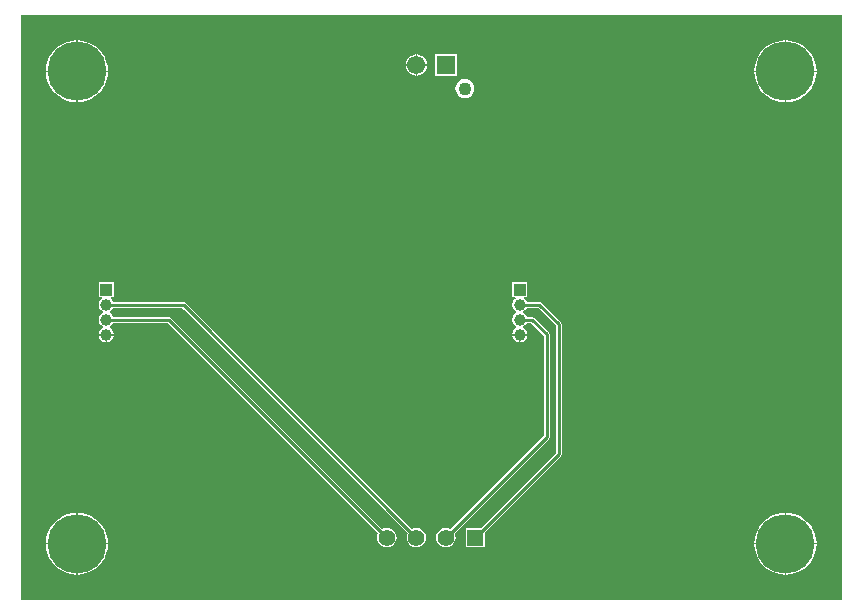
<source format=gbl>
G04*
G04 #@! TF.GenerationSoftware,Altium Limited,Altium Designer,22.0.2 (36)*
G04*
G04 Layer_Physical_Order=2*
G04 Layer_Color=16711680*
%FSLAX25Y25*%
%MOIN*%
G70*
G04*
G04 #@! TF.SameCoordinates,06193FC8-5D6C-4A92-8117-1C24C744AA4C*
G04*
G04*
G04 #@! TF.FilePolarity,Positive*
G04*
G01*
G75*
%ADD10C,0.01000*%
%ADD14C,0.05512*%
%ADD15R,0.05512X0.05512*%
%ADD16R,0.06102X0.06102*%
%ADD17C,0.06102*%
%ADD18C,0.04331*%
%ADD22C,0.19685*%
%ADD23R,0.03937X0.03937*%
%ADD24C,0.03937*%
G36*
X136872Y-97622D02*
X-136872D01*
Y97622D01*
X136872D01*
Y-97622D01*
D02*
G37*
%LPC*%
G36*
X-4671Y84356D02*
Y81057D01*
X-1372D01*
X-1462Y81734D01*
X-1819Y82598D01*
X-2389Y83340D01*
X-3130Y83909D01*
X-3994Y84267D01*
X-4671Y84356D01*
D02*
G37*
G36*
X-5171D02*
X-5848Y84267D01*
X-6712Y83909D01*
X-7454Y83340D01*
X-8023Y82598D01*
X-8381Y81734D01*
X-8470Y81057D01*
X-5171D01*
Y84356D01*
D02*
G37*
G36*
X118360Y89095D02*
Y78990D01*
X128465D01*
X128357Y80363D01*
X127977Y81946D01*
X127354Y83450D01*
X126503Y84838D01*
X125446Y86076D01*
X124208Y87133D01*
X122820Y87984D01*
X121316Y88607D01*
X119733Y88987D01*
X118360Y89095D01*
D02*
G37*
G36*
X117860D02*
X116487Y88987D01*
X114904Y88607D01*
X113400Y87984D01*
X112012Y87133D01*
X110774Y86076D01*
X109717Y84838D01*
X108867Y83450D01*
X108244Y81946D01*
X107863Y80363D01*
X107755Y78990D01*
X117860D01*
Y89095D01*
D02*
G37*
G36*
X-117860D02*
Y78990D01*
X-107755D01*
X-107863Y80363D01*
X-108244Y81946D01*
X-108867Y83450D01*
X-109717Y84838D01*
X-110774Y86076D01*
X-112012Y87133D01*
X-113400Y87984D01*
X-114904Y88607D01*
X-116487Y88987D01*
X-117860Y89095D01*
D02*
G37*
G36*
X-118360D02*
X-119733Y88987D01*
X-121316Y88607D01*
X-122820Y87984D01*
X-124208Y87133D01*
X-125446Y86076D01*
X-126503Y84838D01*
X-127354Y83450D01*
X-127977Y81946D01*
X-128357Y80363D01*
X-128465Y78990D01*
X-118360D01*
Y89095D01*
D02*
G37*
G36*
X-1372Y80557D02*
X-4671D01*
Y77258D01*
X-3994Y77347D01*
X-3130Y77705D01*
X-2389Y78274D01*
X-1819Y79016D01*
X-1462Y79880D01*
X-1372Y80557D01*
D02*
G37*
G36*
X-5171D02*
X-8470D01*
X-8381Y79880D01*
X-8023Y79016D01*
X-7454Y78274D01*
X-6712Y77705D01*
X-5848Y77347D01*
X-5171Y77258D01*
Y80557D01*
D02*
G37*
G36*
X8472Y84358D02*
X1370D01*
Y77256D01*
X8472D01*
Y84358D01*
D02*
G37*
G36*
X11220Y76126D02*
X10394Y76017D01*
X9624Y75698D01*
X8963Y75191D01*
X8456Y74529D01*
X8137Y73759D01*
X8028Y72933D01*
X8137Y72107D01*
X8456Y71337D01*
X8963Y70675D01*
X9624Y70168D01*
X10394Y69849D01*
X11220Y69740D01*
X12047Y69849D01*
X12817Y70168D01*
X13478Y70675D01*
X13985Y71337D01*
X14304Y72107D01*
X14413Y72933D01*
X14304Y73759D01*
X13985Y74529D01*
X13478Y75191D01*
X12817Y75698D01*
X12047Y76017D01*
X11220Y76126D01*
D02*
G37*
G36*
X128465Y78490D02*
X118360D01*
Y68385D01*
X119733Y68493D01*
X121316Y68873D01*
X122820Y69496D01*
X124208Y70347D01*
X125446Y71404D01*
X126503Y72642D01*
X127354Y74030D01*
X127977Y75534D01*
X128357Y77117D01*
X128465Y78490D01*
D02*
G37*
G36*
X117860D02*
X107755D01*
X107863Y77117D01*
X108244Y75534D01*
X108867Y74030D01*
X109717Y72642D01*
X110774Y71404D01*
X112012Y70347D01*
X113400Y69496D01*
X114904Y68873D01*
X116487Y68493D01*
X117860Y68385D01*
Y78490D01*
D02*
G37*
G36*
X-107755D02*
X-117860D01*
Y68385D01*
X-116487Y68493D01*
X-114904Y68873D01*
X-113400Y69496D01*
X-112012Y70347D01*
X-110774Y71404D01*
X-109717Y72642D01*
X-108867Y74030D01*
X-108244Y75534D01*
X-107863Y77117D01*
X-107755Y78490D01*
D02*
G37*
G36*
X-118360D02*
X-128465D01*
X-128357Y77117D01*
X-127977Y75534D01*
X-127354Y74030D01*
X-126503Y72642D01*
X-125446Y71404D01*
X-124208Y70347D01*
X-122820Y69496D01*
X-121316Y68873D01*
X-119733Y68493D01*
X-118360Y68385D01*
Y78490D01*
D02*
G37*
G36*
X31995Y-9345D02*
X29778D01*
Y-11562D01*
X30491Y-11420D01*
X31307Y-10874D01*
X31853Y-10058D01*
X31995Y-9345D01*
D02*
G37*
G36*
X-105801D02*
X-108018D01*
Y-11562D01*
X-107305Y-11420D01*
X-106488Y-10874D01*
X-105942Y-10058D01*
X-105801Y-9345D01*
D02*
G37*
G36*
X29278D02*
X27060D01*
X27202Y-10058D01*
X27748Y-10874D01*
X28564Y-11420D01*
X29278Y-11562D01*
Y-9345D01*
D02*
G37*
G36*
X-108518D02*
X-110735D01*
X-110593Y-10058D01*
X-110047Y-10874D01*
X-109231Y-11420D01*
X-108518Y-11562D01*
Y-9345D01*
D02*
G37*
G36*
X118360Y-68385D02*
Y-78490D01*
X128465D01*
X128357Y-77117D01*
X127977Y-75534D01*
X127354Y-74030D01*
X126503Y-72642D01*
X125446Y-71404D01*
X124208Y-70347D01*
X122820Y-69496D01*
X121316Y-68873D01*
X119733Y-68493D01*
X118360Y-68385D01*
D02*
G37*
G36*
X117860D02*
X116487Y-68493D01*
X114904Y-68873D01*
X113400Y-69496D01*
X112012Y-70347D01*
X110774Y-71404D01*
X109717Y-72642D01*
X108867Y-74030D01*
X108244Y-75534D01*
X107863Y-77117D01*
X107755Y-78490D01*
X117860D01*
Y-68385D01*
D02*
G37*
G36*
X-117860D02*
Y-78490D01*
X-107755D01*
X-107863Y-77117D01*
X-108244Y-75534D01*
X-108867Y-74030D01*
X-109717Y-72642D01*
X-110774Y-71404D01*
X-112012Y-70347D01*
X-113400Y-69496D01*
X-114904Y-68873D01*
X-116487Y-68493D01*
X-117860Y-68385D01*
D02*
G37*
G36*
X-118360D02*
X-119733Y-68493D01*
X-121316Y-68873D01*
X-122820Y-69496D01*
X-124208Y-70347D01*
X-125446Y-71404D01*
X-126503Y-72642D01*
X-127354Y-74030D01*
X-127977Y-75534D01*
X-128357Y-77117D01*
X-128465Y-78490D01*
X-118360D01*
Y-68385D01*
D02*
G37*
G36*
X31996Y8374D02*
X27059D01*
Y3437D01*
X27973D01*
X28125Y2937D01*
X27748Y2685D01*
X27202Y1869D01*
X27011Y905D01*
X27202Y-58D01*
X27748Y-874D01*
X28410Y-1317D01*
X28424Y-1358D01*
Y-1831D01*
X28410Y-1872D01*
X27748Y-2315D01*
X27202Y-3131D01*
X27011Y-4095D01*
X27202Y-5058D01*
X27748Y-5874D01*
X28410Y-6317D01*
X28424Y-6358D01*
Y-6831D01*
X28410Y-6872D01*
X27748Y-7315D01*
X27202Y-8131D01*
X27060Y-8845D01*
X29528D01*
X31995D01*
X31853Y-8131D01*
X31307Y-7315D01*
X30645Y-6872D01*
X30631Y-6831D01*
Y-6358D01*
X30645Y-6317D01*
X31307Y-5874D01*
X31815Y-5114D01*
X33172D01*
X37480Y-9422D01*
Y-42672D01*
X6394Y-73759D01*
X5771Y-73501D01*
X4921Y-73389D01*
X4071Y-73501D01*
X3279Y-73829D01*
X2599Y-74351D01*
X2077Y-75031D01*
X1749Y-75823D01*
X1637Y-76673D01*
X1749Y-77523D01*
X2077Y-78315D01*
X2599Y-78995D01*
X3279Y-79517D01*
X4071Y-79845D01*
X4921Y-79957D01*
X5771Y-79845D01*
X6563Y-79517D01*
X7243Y-78995D01*
X7765Y-78315D01*
X8093Y-77523D01*
X8205Y-76673D01*
X8093Y-75823D01*
X7836Y-75201D01*
X39221Y-43815D01*
X39442Y-43485D01*
X39520Y-43095D01*
Y-9000D01*
X39442Y-8610D01*
X39221Y-8279D01*
X34315Y-3373D01*
X33985Y-3153D01*
X33595Y-3075D01*
X31815D01*
X31307Y-2315D01*
X30645Y-1872D01*
X30631Y-1831D01*
Y-1358D01*
X30645Y-1317D01*
X31307Y-874D01*
X31815Y-114D01*
X35672D01*
X41480Y-5922D01*
Y-48515D01*
X16578Y-73417D01*
X11508D01*
Y-79929D01*
X18020D01*
Y-74859D01*
X43221Y-49658D01*
X43442Y-49327D01*
X43520Y-48937D01*
Y-5500D01*
X43442Y-5110D01*
X43221Y-4779D01*
X36816Y1626D01*
X36485Y1847D01*
X36094Y1925D01*
X31815D01*
X31307Y2685D01*
X30930Y2937D01*
X31082Y3437D01*
X31996D01*
Y8374D01*
D02*
G37*
G36*
X-105799D02*
X-110736D01*
Y3437D01*
X-109822D01*
X-109671Y2937D01*
X-110047Y2685D01*
X-110593Y1869D01*
X-110785Y905D01*
X-110593Y-58D01*
X-110047Y-874D01*
X-109385Y-1317D01*
X-109371Y-1358D01*
Y-1831D01*
X-109385Y-1872D01*
X-110047Y-2315D01*
X-110593Y-3131D01*
X-110785Y-4095D01*
X-110593Y-5058D01*
X-110047Y-5874D01*
X-109385Y-6317D01*
X-109371Y-6358D01*
Y-6831D01*
X-109385Y-6872D01*
X-110047Y-7315D01*
X-110593Y-8131D01*
X-110735Y-8845D01*
X-108268D01*
X-105801D01*
X-105942Y-8131D01*
X-106488Y-7315D01*
X-107150Y-6872D01*
X-107164Y-6831D01*
Y-6358D01*
X-107150Y-6317D01*
X-106488Y-5874D01*
X-105980Y-5114D01*
X-87765D01*
X-17678Y-75201D01*
X-17936Y-75823D01*
X-18048Y-76673D01*
X-17936Y-77523D01*
X-17608Y-78315D01*
X-17086Y-78995D01*
X-16406Y-79517D01*
X-15614Y-79845D01*
X-14764Y-79957D01*
X-13914Y-79845D01*
X-13122Y-79517D01*
X-12442Y-78995D01*
X-11920Y-78315D01*
X-11592Y-77523D01*
X-11480Y-76673D01*
X-11592Y-75823D01*
X-11920Y-75031D01*
X-12442Y-74351D01*
X-13122Y-73829D01*
X-13914Y-73501D01*
X-14764Y-73389D01*
X-15614Y-73501D01*
X-16236Y-73759D01*
X-86622Y-3373D01*
X-86952Y-3153D01*
X-87343Y-3075D01*
X-105980D01*
X-106488Y-2315D01*
X-107150Y-1872D01*
X-107164Y-1831D01*
Y-1358D01*
X-107150Y-1317D01*
X-106488Y-874D01*
X-105980Y-114D01*
X-82922D01*
X-7835Y-75201D01*
X-8093Y-75823D01*
X-8205Y-76673D01*
X-8093Y-77523D01*
X-7765Y-78315D01*
X-7243Y-78995D01*
X-6563Y-79517D01*
X-5771Y-79845D01*
X-4921Y-79957D01*
X-4071Y-79845D01*
X-3279Y-79517D01*
X-2599Y-78995D01*
X-2077Y-78315D01*
X-1749Y-77523D01*
X-1637Y-76673D01*
X-1749Y-75823D01*
X-2077Y-75031D01*
X-2599Y-74351D01*
X-3279Y-73829D01*
X-4071Y-73501D01*
X-4921Y-73389D01*
X-5771Y-73501D01*
X-6394Y-73759D01*
X-81779Y1626D01*
X-82110Y1847D01*
X-82500Y1925D01*
X-105980D01*
X-106488Y2685D01*
X-106865Y2937D01*
X-106713Y3437D01*
X-105799D01*
Y8374D01*
D02*
G37*
G36*
X128465Y-78990D02*
X118360D01*
Y-89095D01*
X119733Y-88987D01*
X121316Y-88607D01*
X122820Y-87984D01*
X124208Y-87133D01*
X125446Y-86076D01*
X126503Y-84838D01*
X127354Y-83450D01*
X127977Y-81946D01*
X128357Y-80363D01*
X128465Y-78990D01*
D02*
G37*
G36*
X117860D02*
X107755D01*
X107863Y-80363D01*
X108244Y-81946D01*
X108867Y-83450D01*
X109717Y-84838D01*
X110774Y-86076D01*
X112012Y-87133D01*
X113400Y-87984D01*
X114904Y-88607D01*
X116487Y-88987D01*
X117860Y-89095D01*
Y-78990D01*
D02*
G37*
G36*
X-107755D02*
X-117860D01*
Y-89095D01*
X-116487Y-88987D01*
X-114904Y-88607D01*
X-113400Y-87984D01*
X-112012Y-87133D01*
X-110774Y-86076D01*
X-109717Y-84838D01*
X-108867Y-83450D01*
X-108244Y-81946D01*
X-107863Y-80363D01*
X-107755Y-78990D01*
D02*
G37*
G36*
X-118360D02*
X-128465D01*
X-128357Y-80363D01*
X-127977Y-81946D01*
X-127354Y-83450D01*
X-126503Y-84838D01*
X-125446Y-86076D01*
X-124208Y-87133D01*
X-122820Y-87984D01*
X-121316Y-88607D01*
X-119733Y-88987D01*
X-118360Y-89095D01*
Y-78990D01*
D02*
G37*
%LPD*%
D10*
X33595Y-4095D02*
X38500Y-9000D01*
Y-43095D02*
Y-9000D01*
X29528Y-4095D02*
X33595D01*
X4921Y-76673D02*
X38500Y-43095D01*
X42500Y-48937D02*
Y-5500D01*
X29528Y905D02*
X36094D01*
X42500Y-5500D01*
X14764Y-76673D02*
X42500Y-48937D01*
X-82500Y905D02*
X-4921Y-76673D01*
X-108268Y905D02*
X-82500D01*
X-87343Y-4095D02*
X-14764Y-76673D01*
X-108268Y-4095D02*
X-87343D01*
D14*
X-14764Y-76673D02*
D03*
X-4921D02*
D03*
X4921D02*
D03*
D15*
X14764D02*
D03*
D16*
X4921Y80807D02*
D03*
D17*
X-4921D02*
D03*
D18*
X11220Y72933D02*
D03*
D22*
X-118110Y78740D02*
D03*
X118110D02*
D03*
X-118110Y-78740D02*
D03*
X118110D02*
D03*
D23*
X-108268Y5906D02*
D03*
X29528D02*
D03*
D24*
X-108268Y905D02*
D03*
Y-4095D02*
D03*
Y-9094D02*
D03*
X29528Y905D02*
D03*
Y-4095D02*
D03*
Y-9094D02*
D03*
M02*

</source>
